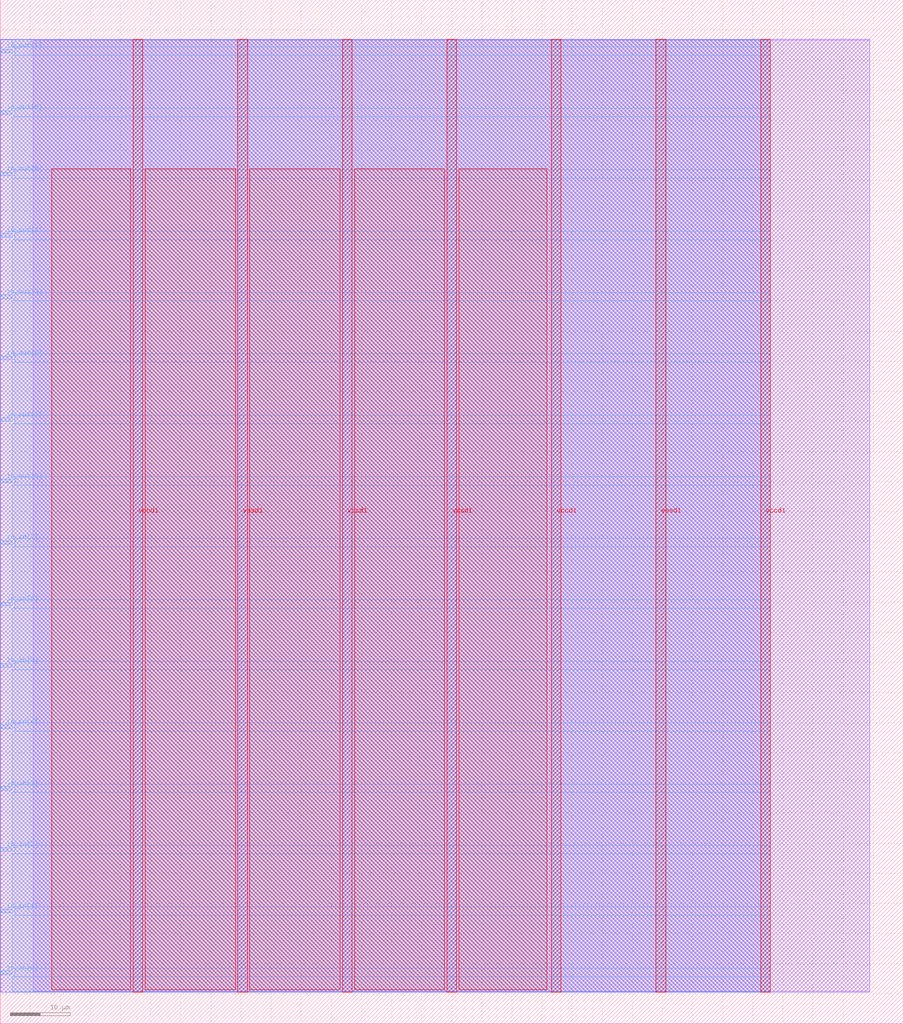
<source format=lef>
VERSION 5.7 ;
  NOWIREEXTENSIONATPIN ON ;
  DIVIDERCHAR "/" ;
  BUSBITCHARS "[]" ;
MACRO tt2_tholin_namebadge
  CLASS BLOCK ;
  FOREIGN tt2_tholin_namebadge ;
  ORIGIN 0.000 0.000 ;
  SIZE 150.000 BY 170.000 ;
  PIN io_in[0]
    DIRECTION INPUT ;
    USE SIGNAL ;
    PORT
      LAYER met3 ;
        RECT 0.000 8.200 2.000 8.800 ;
    END
  END io_in[0]
  PIN io_in[1]
    DIRECTION INPUT ;
    USE SIGNAL ;
    PORT
      LAYER met3 ;
        RECT 0.000 18.400 2.000 19.000 ;
    END
  END io_in[1]
  PIN io_in[2]
    DIRECTION INPUT ;
    USE SIGNAL ;
    PORT
      LAYER met3 ;
        RECT 0.000 28.600 2.000 29.200 ;
    END
  END io_in[2]
  PIN io_in[3]
    DIRECTION INPUT ;
    USE SIGNAL ;
    PORT
      LAYER met3 ;
        RECT 0.000 38.800 2.000 39.400 ;
    END
  END io_in[3]
  PIN io_in[4]
    DIRECTION INPUT ;
    USE SIGNAL ;
    PORT
      LAYER met3 ;
        RECT 0.000 49.000 2.000 49.600 ;
    END
  END io_in[4]
  PIN io_in[5]
    DIRECTION INPUT ;
    USE SIGNAL ;
    PORT
      LAYER met3 ;
        RECT 0.000 59.200 2.000 59.800 ;
    END
  END io_in[5]
  PIN io_in[6]
    DIRECTION INPUT ;
    USE SIGNAL ;
    PORT
      LAYER met3 ;
        RECT 0.000 69.400 2.000 70.000 ;
    END
  END io_in[6]
  PIN io_in[7]
    DIRECTION INPUT ;
    USE SIGNAL ;
    PORT
      LAYER met3 ;
        RECT 0.000 79.600 2.000 80.200 ;
    END
  END io_in[7]
  PIN io_out[0]
    DIRECTION OUTPUT TRISTATE ;
    USE SIGNAL ;
    PORT
      LAYER met3 ;
        RECT 0.000 89.800 2.000 90.400 ;
    END
  END io_out[0]
  PIN io_out[1]
    DIRECTION OUTPUT TRISTATE ;
    USE SIGNAL ;
    PORT
      LAYER met3 ;
        RECT 0.000 100.000 2.000 100.600 ;
    END
  END io_out[1]
  PIN io_out[2]
    DIRECTION OUTPUT TRISTATE ;
    USE SIGNAL ;
    PORT
      LAYER met3 ;
        RECT 0.000 110.200 2.000 110.800 ;
    END
  END io_out[2]
  PIN io_out[3]
    DIRECTION OUTPUT TRISTATE ;
    USE SIGNAL ;
    PORT
      LAYER met3 ;
        RECT 0.000 120.400 2.000 121.000 ;
    END
  END io_out[3]
  PIN io_out[4]
    DIRECTION OUTPUT TRISTATE ;
    USE SIGNAL ;
    PORT
      LAYER met3 ;
        RECT 0.000 130.600 2.000 131.200 ;
    END
  END io_out[4]
  PIN io_out[5]
    DIRECTION OUTPUT TRISTATE ;
    USE SIGNAL ;
    PORT
      LAYER met3 ;
        RECT 0.000 140.800 2.000 141.400 ;
    END
  END io_out[5]
  PIN io_out[6]
    DIRECTION OUTPUT TRISTATE ;
    USE SIGNAL ;
    PORT
      LAYER met3 ;
        RECT 0.000 151.000 2.000 151.600 ;
    END
  END io_out[6]
  PIN io_out[7]
    DIRECTION OUTPUT TRISTATE ;
    USE SIGNAL ;
    PORT
      LAYER met3 ;
        RECT 0.000 161.200 2.000 161.800 ;
    END
  END io_out[7]
  PIN vccd1
    DIRECTION INOUT ;
    USE POWER ;
    PORT
      LAYER met4 ;
        RECT 22.090 5.200 23.690 163.440 ;
    END
    PORT
      LAYER met4 ;
        RECT 56.830 5.200 58.430 163.440 ;
    END
    PORT
      LAYER met4 ;
        RECT 91.570 5.200 93.170 163.440 ;
    END
    PORT
      LAYER met4 ;
        RECT 126.310 5.200 127.910 163.440 ;
    END
  END vccd1
  PIN vssd1
    DIRECTION INOUT ;
    USE GROUND ;
    PORT
      LAYER met4 ;
        RECT 39.460 5.200 41.060 163.440 ;
    END
    PORT
      LAYER met4 ;
        RECT 74.200 5.200 75.800 163.440 ;
    END
    PORT
      LAYER met4 ;
        RECT 108.940 5.200 110.540 163.440 ;
    END
  END vssd1
  OBS
      LAYER li1 ;
        RECT 5.520 5.355 144.440 163.285 ;
      LAYER met1 ;
        RECT 0.070 5.200 144.440 163.440 ;
      LAYER met2 ;
        RECT 0.100 5.255 127.880 163.385 ;
      LAYER met3 ;
        RECT 2.000 162.200 127.900 163.365 ;
        RECT 2.400 160.800 127.900 162.200 ;
        RECT 2.000 152.000 127.900 160.800 ;
        RECT 2.400 150.600 127.900 152.000 ;
        RECT 2.000 141.800 127.900 150.600 ;
        RECT 2.400 140.400 127.900 141.800 ;
        RECT 2.000 131.600 127.900 140.400 ;
        RECT 2.400 130.200 127.900 131.600 ;
        RECT 2.000 121.400 127.900 130.200 ;
        RECT 2.400 120.000 127.900 121.400 ;
        RECT 2.000 111.200 127.900 120.000 ;
        RECT 2.400 109.800 127.900 111.200 ;
        RECT 2.000 101.000 127.900 109.800 ;
        RECT 2.400 99.600 127.900 101.000 ;
        RECT 2.000 90.800 127.900 99.600 ;
        RECT 2.400 89.400 127.900 90.800 ;
        RECT 2.000 80.600 127.900 89.400 ;
        RECT 2.400 79.200 127.900 80.600 ;
        RECT 2.000 70.400 127.900 79.200 ;
        RECT 2.400 69.000 127.900 70.400 ;
        RECT 2.000 60.200 127.900 69.000 ;
        RECT 2.400 58.800 127.900 60.200 ;
        RECT 2.000 50.000 127.900 58.800 ;
        RECT 2.400 48.600 127.900 50.000 ;
        RECT 2.000 39.800 127.900 48.600 ;
        RECT 2.400 38.400 127.900 39.800 ;
        RECT 2.000 29.600 127.900 38.400 ;
        RECT 2.400 28.200 127.900 29.600 ;
        RECT 2.000 19.400 127.900 28.200 ;
        RECT 2.400 18.000 127.900 19.400 ;
        RECT 2.000 9.200 127.900 18.000 ;
        RECT 2.400 7.800 127.900 9.200 ;
        RECT 2.000 5.275 127.900 7.800 ;
      LAYER met4 ;
        RECT 8.575 5.615 21.690 141.945 ;
        RECT 24.090 5.615 39.060 141.945 ;
        RECT 41.460 5.615 56.430 141.945 ;
        RECT 58.830 5.615 73.800 141.945 ;
        RECT 76.200 5.615 90.785 141.945 ;
  END
END tt2_tholin_namebadge
END LIBRARY


</source>
